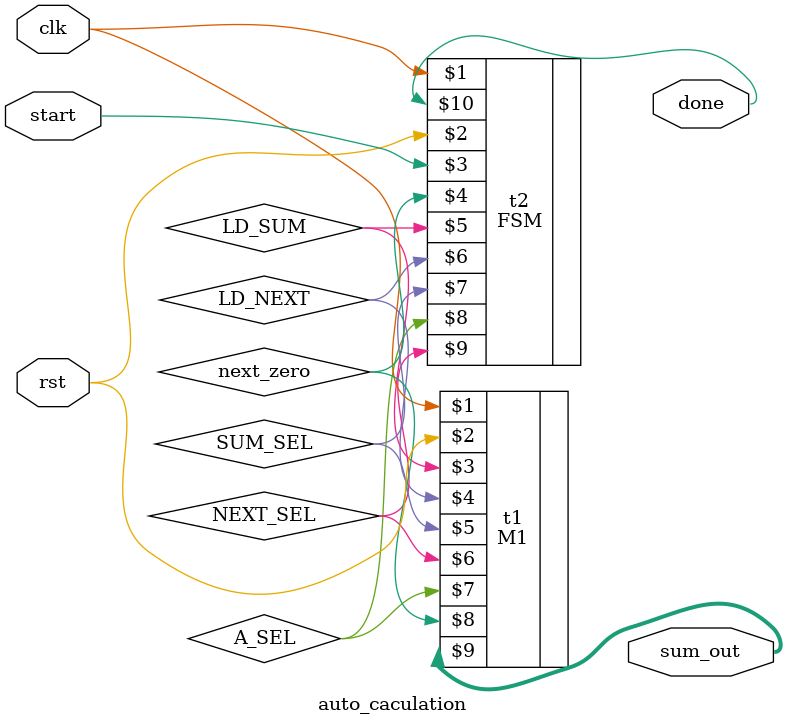
<source format=v>
`timescale 1ns / 1ns
module auto_caculation(
    input start,
    input clk,
    input rst,
    output done,
    output [31:0]sum_out
    );
    wire LD_SUM,LD_NEXT,SUM_SEL,NEXT_SEL,A_SEL,next_zero;
    
FSM t2(clk,rst,start,next_zero,LD_SUM,LD_NEXT,SUM_SEL,A_SEL,NEXT_SEL,done);
M1 t1(clk,rst,LD_SUM,LD_NEXT,SUM_SEL,NEXT_SEL,A_SEL,next_zero,sum_out);

endmodule

</source>
